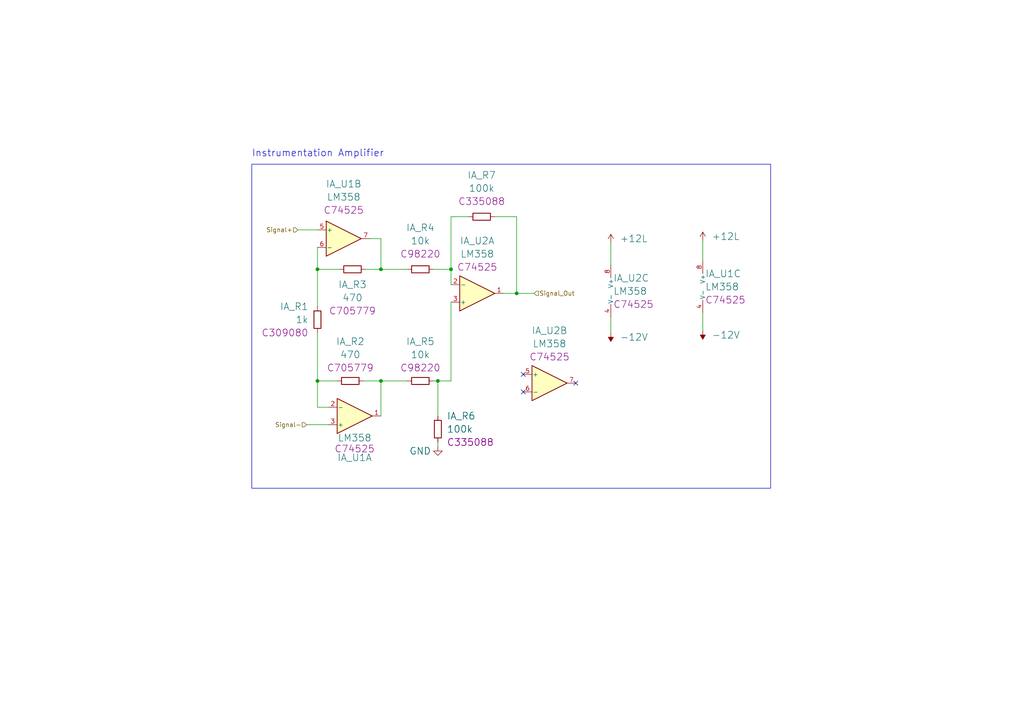
<source format=kicad_sch>
(kicad_sch (version 20230121) (generator eeschema)
  (paper "A4")
  (lib_symbols
    (symbol "Amplifier_Operational:LM358" (pin_names (offset 0.127))
      (property "Reference" "U" (at 0 5.08 0))
      (property "Value" "LM358" (at 0 -5.08 0))
      (symbol "LM358_1_1"
        (polyline (pts (xy -5.08 5.08) (xy 5.08 0) (xy -5.08 -5.08) (xy -5.08 5.08)) (stroke (width 0.254)) (fill (type background)))
        (pin output line (at 7.62 0 180) (length 2.54) (name "~") (number "1"))
        (pin input line (at -7.62 -2.54 0) (length 2.54) (name "-") (number "2"))
        (pin input line (at -7.62 2.54 0) (length 2.54) (name "+") (number "3"))
      )
      (symbol "LM358_2_1"
        (polyline (pts (xy -5.08 5.08) (xy 5.08 0) (xy -5.08 -5.08) (xy -5.08 5.08)) (stroke (width 0.254)) (fill (type background)))
        (pin input line (at -7.62 2.54 0) (length 2.54) (name "+") (number "5"))
        (pin input line (at -7.62 -2.54 0) (length 2.54) (name "-") (number "6"))
        (pin output line (at 7.62 0 180) (length 2.54) (name "~") (number "7"))
      )
      (symbol "LM358_3_1"
        (pin power_in line (at -2.54 -7.62 90) (length 3.81) (name "V-") (number "4"))
        (pin power_in line (at -2.54 7.62 270) (length 3.81) (name "V+") (number "8"))
      )
    )
    (symbol "Device:R" (pin_numbers hide) (pin_names (offset 0))
      (property "Reference" "R" (at 2.032 0 90))
      (property "Value" "R" (at 0 0 90))
      (symbol "R_0_1"
        (rectangle (start -1.016 -2.54) (end 1.016 2.54) (stroke (width 0.254)))
      )
      (symbol "R_1_1"
        (pin passive line (at 0 3.81 270) (length 1.27) (name "~") (number "1"))
        (pin passive line (at 0 -3.81 90) (length 1.27) (name "~") (number "2"))
      )
    )
    (symbol "power:+12L" (power) (pin_names (offset 0))
      (property "Value" "+12L" (at 0 3.556 0))
      (symbol "+12L_0_1"
        (polyline (pts (xy -0.762 1.27) (xy 0 2.54)))
        (polyline (pts (xy 0 0) (xy 0 2.54)))
        (polyline (pts (xy 0 2.54) (xy 0.762 1.27)))
      )
      (symbol "+12L_1_1"
        (pin power_in line (at 0 0 90) (length 0) hide (name "+12L") (number "1"))
      )
    )
    (symbol "power:-12V" (power) (pin_names (offset 0))
      (property "Value" "-12V" (at 0 3.81 0))
      (symbol "-12V_0_0"
        (pin power_in line (at 0 0 90) (length 0) hide (name "-12V") (number "1"))
      )
      (symbol "-12V_0_1"
        (polyline (pts (xy 0 0) (xy 0 1.27) (xy 0.762 1.27) (xy 0 2.54) (xy -0.762 1.27) (xy 0 1.27)) (fill (type outline)))
      )
    )
    (symbol "power:GND" (power) (pin_names (offset 0))
      (property "Value" "GND" (at 0 -3.81 0))
      (symbol "GND_0_1"
        (polyline (pts (xy 0 0) (xy 0 -1.27) (xy 1.27 -1.27) (xy 0 -2.54) (xy -1.27 -1.27) (xy 0 -1.27)))
      )
      (symbol "GND_1_1"
        (pin power_in line (at 0 0 270) (length 0) hide (name "GND") (number "1"))
      )
    )
  )
  (junction (at 130.81 78.105))
  (junction (at 110.49 78.105))
  (junction (at 92.075 78.105))
  (junction (at 92.075 110.49))
  (junction (at 110.49 110.49))
  (junction (at 127 110.49))
  (junction (at 149.86 85.09))
  (no_connect (at 167.005 111.125))
  (no_connect (at 151.765 113.665))
  (no_connect (at 151.765 108.585))
  (wire (pts (xy 177.165 70.485) (xy 177.165 76.835)))
  (wire (pts (xy 110.49 78.105) (xy 110.49 69.215)))
  (wire (pts (xy 149.86 85.09) (xy 146.05 85.09)))
  (wire (pts (xy 130.81 87.63) (xy 130.81 110.49)))
  (wire (pts (xy 92.075 78.105) (xy 98.425 78.105)))
  (wire (pts (xy 92.075 118.11) (xy 95.25 118.11)))
  (wire (pts (xy 106.045 78.105) (xy 110.49 78.105)))
  (wire (pts (xy 92.075 96.52) (xy 92.075 110.49)))
  (wire (pts (xy 149.86 62.865) (xy 149.86 85.09)))
  (wire (pts (xy 149.86 85.09) (xy 154.94 85.09)))
  (wire (pts (xy 92.075 78.105) (xy 92.075 88.9)))
  (wire (pts (xy 88.9 123.19) (xy 95.25 123.19)))
  (wire (pts (xy 203.835 95.885) (xy 203.835 90.805)))
  (wire (pts (xy 110.49 110.49) (xy 118.11 110.49)))
  (wire (pts (xy 86.36 66.675) (xy 92.075 66.675)))
  (wire (pts (xy 110.49 110.49) (xy 110.49 120.65)))
  (wire (pts (xy 105.41 110.49) (xy 110.49 110.49)))
  (wire (pts (xy 125.73 78.105) (xy 130.81 78.105)))
  (wire (pts (xy 135.89 62.865) (xy 130.81 62.865)))
  (wire (pts (xy 92.075 110.49) (xy 92.075 118.11)))
  (wire (pts (xy 127 110.49) (xy 127 120.65)))
  (wire (pts (xy 203.835 69.85) (xy 203.835 75.565)))
  (wire (pts (xy 130.81 62.865) (xy 130.81 78.105)))
  (wire (pts (xy 92.075 110.49) (xy 97.79 110.49)))
  (wire (pts (xy 92.075 71.755) (xy 92.075 78.105)))
  (wire (pts (xy 177.165 96.52) (xy 177.165 92.075)))
  (wire (pts (xy 130.81 110.49) (xy 127 110.49)))
  (wire (pts (xy 110.49 78.105) (xy 118.11 78.105)))
  (wire (pts (xy 127 110.49) (xy 125.73 110.49)))
  (wire (pts (xy 127 129.54) (xy 127 128.27)))
  (wire (pts (xy 110.49 69.215) (xy 107.315 69.215)))
  (wire (pts (xy 143.51 62.865) (xy 149.86 62.865)))
  (wire (pts (xy 130.81 78.105) (xy 130.81 82.55)))
  (rectangle (start 73.025 47.625) (end 223.52 141.605))
  (text "Instrumentation Amplifier" (at 73.025 45.72 0) (effects (font (size 2 2)) (justify left bottom)))
  (hierarchical_label "Signal+" (shape input) (at 86.36 66.675 180))
  (hierarchical_label "Signal-" (shape input) (at 88.9 123.19 180))
  (hierarchical_label "Signal_Out" (shape input) (at 154.94 85.09 0))
  (symbol (lib_id "power:GND") (at 127 129.54 0) (unit 1)
    (property "Reference" "#PWR01" (effects hide))
    (property "Value" "GND" (at 125.095 130.8099 0) (effects (font (size 2 2)) (justify right)))
  )
  (symbol (lib_id "Amplifier_Operational:LM358") (at 138.43 85.09 0) (mirror x) (unit 1)
    (property "Reference" "IA_U2" (at 138.43 69.85 0) (effects (font (size 2 2))))
    (property "Value" "LM358" (at 138.43 73.66 0) (effects (font (size 2 2))))
    (property "Footprint" "Package_SO:SO-8_3.9x4.9mm_P1.27mm" (effects hide))
    (property "Datasheet" "http://www.ti.com/lit/ds/symlink/lm2904-n.pdf" (effects hide))
    (property "LCSC" "C74525" (at 138.43 77.47 0) (effects (font (size 2 2))))
  )
  (symbol (lib_id "Amplifier_Operational:LM358") (at 179.705 84.455 0) (unit 3)
    (property "Reference" "IA_U2" (at 177.8 80.6449 0) (effects (font (size 2 2)) (justify left)))
    (property "Value" "LM358" (at 177.8 84.4549 0) (effects (font (size 2 2)) (justify left)))
    (property "Footprint" "Package_SO:SO-8_3.9x4.9mm_P1.27mm" (effects hide))
    (property "Datasheet" "http://www.ti.com/lit/ds/symlink/lm2904-n.pdf" (effects hide))
    (property "LCSC" "C74525" (at 177.8 88.2649 0) (effects (font (size 2 2)) (justify left)))
  )
  (symbol (lib_id "Device:R") (at 121.92 78.105 90) (unit 1)
    (property "Reference" "IA_R4" (at 121.92 66.04 90) (effects (font (size 2 2))))
    (property "Value" "10k" (at 121.92 69.85 90) (effects (font (size 2 2))))
    (property "Footprint" "Resistor_SMD:R_0603_1608Metric" (effects hide))
    (property "LCSC" "C98220" (at 121.92 73.66 90) (effects (font (size 2 2))))
  )
  (symbol (lib_id "Device:R") (at 127 124.46 180) (unit 1)
    (property "Reference" "IA_R6" (at 129.54 120.6499 0) (effects (font (size 2 2)) (justify right)))
    (property "Value" "100k" (at 129.54 124.4599 0) (effects (font (size 2 2)) (justify right)))
    (property "Footprint" "Resistor_SMD:R_0603_1608Metric" (effects hide))
    (property "LCSC" "C335088" (at 129.54 128.2699 0) (effects (font (size 2 2)) (justify right)))
  )
  (symbol (lib_id "Device:R") (at 101.6 110.49 90) (unit 1)
    (property "Reference" "IA_R2" (at 101.6 99.06 90) (effects (font (size 2 2))))
    (property "Value" "470" (at 101.6 102.87 90) (effects (font (size 2 2))))
    (property "Footprint" "Resistor_SMD:R_0603_1608Metric" (effects hide))
    (property "LCSC" "C705779" (at 101.6 106.68 90) (effects (font (size 2 2))))
  )
  (symbol (lib_id "power:+12L") (at 177.165 70.485 0) (unit 1)
    (property "Reference" "#PWR02" (effects hide))
    (property "Value" "+12L" (at 179.705 69.2149 0) (effects (font (size 2 2)) (justify left)))
  )
  (symbol (lib_id "Amplifier_Operational:LM358") (at 159.385 111.125 0) (unit 2)
    (property "Reference" "IA_U2" (at 159.385 95.885 0) (effects (font (size 2 2))))
    (property "Value" "LM358" (at 159.385 99.695 0) (effects (font (size 2 2))))
    (property "Footprint" "Package_SO:SO-8_3.9x4.9mm_P1.27mm" (effects hide))
    (property "Datasheet" "http://www.ti.com/lit/ds/symlink/lm2904-n.pdf" (effects hide))
    (property "LCSC" "C74525" (at 159.385 103.505 0) (effects (font (size 2 2))))
  )
  (symbol (lib_id "Device:R") (at 102.235 78.105 90) (unit 1)
    (property "Reference" "IA_R3" (at 102.235 82.55 90) (effects (font (size 2 2))))
    (property "Value" "470" (at 102.235 86.36 90) (effects (font (size 2 2))))
    (property "Footprint" "Resistor_SMD:R_0603_1608Metric" (effects hide))
    (property "LCSC" "C705779" (at 102.235 90.17 90) (effects (font (size 2 2))))
  )
  (symbol (lib_id "Amplifier_Operational:LM358") (at 102.87 120.65 0) (mirror x) (unit 1)
    (property "Reference" "IA_U1" (at 102.87 132.715 0) (effects (font (size 2 2))))
    (property "Value" "LM358" (at 102.87 127 0) (effects (font (size 2 2))))
    (property "Footprint" "Package_SO:SO-8_3.9x4.9mm_P1.27mm" (effects hide))
    (property "Datasheet" "http://www.ti.com/lit/ds/symlink/lm2904-n.pdf" (effects hide))
    (property "LCSC" "C74525" (at 102.87 130.175 0) (effects (font (size 2 2))))
  )
  (symbol (lib_id "Amplifier_Operational:LM358") (at 206.375 83.185 0) (unit 3)
    (property "Reference" "IA_U1" (at 204.47 79.3749 0) (effects (font (size 2 2)) (justify left)))
    (property "Value" "LM358" (at 204.47 83.1849 0) (effects (font (size 2 2)) (justify left)))
    (property "Footprint" "Package_SO:SO-8_3.9x4.9mm_P1.27mm" (effects hide))
    (property "Datasheet" "http://www.ti.com/lit/ds/symlink/lm2904-n.pdf" (effects hide))
    (property "LCSC" "C74525" (at 204.47 86.9949 0) (effects (font (size 2 2)) (justify left)))
  )
  (symbol (lib_id "Amplifier_Operational:LM358") (at 99.695 69.215 0) (unit 2)
    (property "Reference" "IA_U1" (at 99.695 53.34 0) (effects (font (size 2 2))))
    (property "Value" "LM358" (at 99.695 57.15 0) (effects (font (size 2 2))))
    (property "Footprint" "Package_SO:SO-8_3.9x4.9mm_P1.27mm" (effects hide))
    (property "Datasheet" "http://www.ti.com/lit/ds/symlink/lm2904-n.pdf" (effects hide))
    (property "LCSC" "C74525" (at 99.695 60.96 0) (effects (font (size 2 2))))
  )
  (symbol (lib_id "Device:R") (at 121.92 110.49 90) (unit 1)
    (property "Reference" "IA_R5" (at 121.92 99.06 90) (effects (font (size 2 2))))
    (property "Value" "10k" (at 121.92 102.87 90) (effects (font (size 2 2))))
    (property "Footprint" "Resistor_SMD:R_0603_1608Metric" (effects hide))
    (property "LCSC" "C98220" (at 121.92 106.68 90) (effects (font (size 2 2))))
  )
  (symbol (lib_id "power:-12V") (at 203.835 95.885 180) (unit 1)
    (property "Reference" "#PWR05" (effects hide))
    (property "Value" "-12V" (at 206.375 97.1549 0) (effects (font (size 2 2)) (justify right)))
  )
  (symbol (lib_id "Device:R") (at 139.7 62.865 270) (unit 1)
    (property "Reference" "IA_R7" (at 139.7 50.8 90) (effects (font (size 2 2))))
    (property "Value" "100k" (at 139.7 54.61 90) (effects (font (size 2 2))))
    (property "Footprint" "Resistor_SMD:R_0603_1608Metric" (effects hide))
    (property "LCSC" "C335088" (at 139.7 58.42 90) (effects (font (size 2 2))))
  )
  (symbol (lib_id "power:-12V") (at 177.165 96.52 180) (unit 1)
    (property "Reference" "#PWR03" (effects hide))
    (property "Value" "-12V" (at 179.705 97.7899 0) (effects (font (size 2 2)) (justify right)))
  )
  (symbol (lib_id "Device:R") (at 92.075 92.71 0) (unit 1)
    (property "Reference" "IA_R1" (at 89.535 88.8999 0) (effects (font (size 2 2)) (justify right)))
    (property "Value" "1k" (at 89.535 92.7099 0) (effects (font (size 2 2)) (justify right)))
    (property "Footprint" "Resistor_SMD:R_0603_1608Metric" (effects hide))
    (property "LCSC" "C309080" (at 89.535 96.5199 0) (effects (font (size 2 2)) (justify right)))
  )
  (symbol (lib_id "power:+12L") (at 203.835 69.85 0) (unit 1)
    (property "Reference" "#PWR04" (effects hide))
    (property "Value" "+12L" (at 206.375 68.5799 0) (effects (font (size 2 2)) (justify left)))
  )
)
</source>
